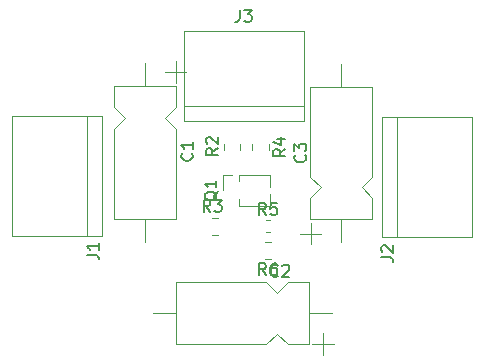
<source format=gbr>
G04 #@! TF.GenerationSoftware,KiCad,Pcbnew,(5.1.5)-3*
G04 #@! TF.CreationDate,2020-12-09T18:09:46+02:00*
G04 #@! TF.ProjectId,Single_tranzistor_AMP,53696e67-6c65-45f7-9472-616e7a697374,V1.0*
G04 #@! TF.SameCoordinates,Original*
G04 #@! TF.FileFunction,Legend,Top*
G04 #@! TF.FilePolarity,Positive*
%FSLAX46Y46*%
G04 Gerber Fmt 4.6, Leading zero omitted, Abs format (unit mm)*
G04 Created by KiCad (PCBNEW (5.1.5)-3) date 2020-12-09 18:09:46*
%MOMM*%
%LPD*%
G04 APERTURE LIST*
%ADD10C,0.120000*%
%ADD11C,0.150000*%
G04 APERTURE END LIST*
D10*
X28128000Y-38084000D02*
X30068000Y-38084000D01*
X43248000Y-38084000D02*
X41308000Y-38084000D01*
X37708000Y-35464000D02*
X30068000Y-35464000D01*
X38608000Y-36364000D02*
X37708000Y-35464000D01*
X39508000Y-35464000D02*
X38608000Y-36364000D01*
X41308000Y-35464000D02*
X39508000Y-35464000D01*
X37708000Y-40704000D02*
X30068000Y-40704000D01*
X38608000Y-39804000D02*
X37708000Y-40704000D01*
X39508000Y-40704000D02*
X38608000Y-39804000D01*
X41308000Y-40704000D02*
X39508000Y-40704000D01*
X30068000Y-40704000D02*
X30068000Y-35464000D01*
X41308000Y-40704000D02*
X41308000Y-35464000D01*
X42508000Y-41584000D02*
X42508000Y-39784000D01*
X43408000Y-40684000D02*
X41608000Y-40684000D01*
X30016000Y-16758000D02*
X30016000Y-18558000D01*
X30916000Y-17658000D02*
X29116000Y-17658000D01*
X30036000Y-18858000D02*
X24796000Y-18858000D01*
X30036000Y-30098000D02*
X24796000Y-30098000D01*
X30036000Y-18858000D02*
X30036000Y-20658000D01*
X30036000Y-20658000D02*
X29136000Y-21558000D01*
X29136000Y-21558000D02*
X30036000Y-22458000D01*
X30036000Y-22458000D02*
X30036000Y-30098000D01*
X24796000Y-18858000D02*
X24796000Y-20658000D01*
X24796000Y-20658000D02*
X25696000Y-21558000D01*
X25696000Y-21558000D02*
X24796000Y-22458000D01*
X24796000Y-22458000D02*
X24796000Y-30098000D01*
X27416000Y-16918000D02*
X27416000Y-18858000D01*
X27416000Y-32038000D02*
X27416000Y-30098000D01*
X41446000Y-32232000D02*
X41446000Y-30432000D01*
X40546000Y-31332000D02*
X42346000Y-31332000D01*
X41426000Y-30132000D02*
X46666000Y-30132000D01*
X41426000Y-18892000D02*
X46666000Y-18892000D01*
X41426000Y-30132000D02*
X41426000Y-28332000D01*
X41426000Y-28332000D02*
X42326000Y-27432000D01*
X42326000Y-27432000D02*
X41426000Y-26532000D01*
X41426000Y-26532000D02*
X41426000Y-18892000D01*
X46666000Y-30132000D02*
X46666000Y-28332000D01*
X46666000Y-28332000D02*
X45766000Y-27432000D01*
X45766000Y-27432000D02*
X46666000Y-26532000D01*
X46666000Y-26532000D02*
X46666000Y-18892000D01*
X44046000Y-32072000D02*
X44046000Y-30132000D01*
X44046000Y-16952000D02*
X44046000Y-18892000D01*
X22540000Y-21380000D02*
X22540000Y-31540000D01*
X23810000Y-21380000D02*
X16190000Y-21380000D01*
X16190000Y-21380000D02*
X16190000Y-31540000D01*
X16190000Y-31540000D02*
X23810000Y-31540000D01*
X23810000Y-31540000D02*
X23810000Y-21380000D01*
X47482000Y-21460000D02*
X47482000Y-31620000D01*
X55102000Y-21460000D02*
X47482000Y-21460000D01*
X55102000Y-31620000D02*
X55102000Y-21460000D01*
X47482000Y-31620000D02*
X55102000Y-31620000D01*
X48752000Y-31620000D02*
X48752000Y-21460000D01*
X35417000Y-29000000D02*
X35417000Y-28430000D01*
X35417000Y-26910000D02*
X35417000Y-26340000D01*
X35417000Y-29000000D02*
X38017000Y-29000000D01*
X38017000Y-29000000D02*
X38017000Y-27977530D01*
X38017000Y-27362470D02*
X38017000Y-26340000D01*
X35417000Y-26340000D02*
X38017000Y-26340000D01*
X34022000Y-26340000D02*
X34782000Y-26340000D01*
X34022000Y-27670000D02*
X34022000Y-26340000D01*
X35506000Y-23751422D02*
X35506000Y-24268578D01*
X34086000Y-23751422D02*
X34086000Y-24268578D01*
X33595078Y-30008000D02*
X33077922Y-30008000D01*
X33595078Y-31428000D02*
X33077922Y-31428000D01*
X37906000Y-23751422D02*
X37906000Y-24268578D01*
X36486000Y-23751422D02*
X36486000Y-24268578D01*
X37667221Y-30208000D02*
X37992779Y-30208000D01*
X37667221Y-31228000D02*
X37992779Y-31228000D01*
X38088578Y-32040000D02*
X37571422Y-32040000D01*
X38088578Y-33460000D02*
X37571422Y-33460000D01*
X40878000Y-20558000D02*
X30718000Y-20558000D01*
X40878000Y-21828000D02*
X40878000Y-14208000D01*
X40878000Y-14208000D02*
X30718000Y-14208000D01*
X30718000Y-14208000D02*
X30718000Y-21828000D01*
X30718000Y-21828000D02*
X40878000Y-21828000D01*
D11*
X38679333Y-34885142D02*
X38631714Y-34932761D01*
X38488857Y-34980380D01*
X38393619Y-34980380D01*
X38250761Y-34932761D01*
X38155523Y-34837523D01*
X38107904Y-34742285D01*
X38060285Y-34551809D01*
X38060285Y-34408952D01*
X38107904Y-34218476D01*
X38155523Y-34123238D01*
X38250761Y-34028000D01*
X38393619Y-33980380D01*
X38488857Y-33980380D01*
X38631714Y-34028000D01*
X38679333Y-34075619D01*
X39060285Y-34075619D02*
X39107904Y-34028000D01*
X39203142Y-33980380D01*
X39441238Y-33980380D01*
X39536476Y-34028000D01*
X39584095Y-34075619D01*
X39631714Y-34170857D01*
X39631714Y-34266095D01*
X39584095Y-34408952D01*
X39012666Y-34980380D01*
X39631714Y-34980380D01*
X31393142Y-24534666D02*
X31440761Y-24582285D01*
X31488380Y-24725142D01*
X31488380Y-24820380D01*
X31440761Y-24963238D01*
X31345523Y-25058476D01*
X31250285Y-25106095D01*
X31059809Y-25153714D01*
X30916952Y-25153714D01*
X30726476Y-25106095D01*
X30631238Y-25058476D01*
X30536000Y-24963238D01*
X30488380Y-24820380D01*
X30488380Y-24725142D01*
X30536000Y-24582285D01*
X30583619Y-24534666D01*
X31488380Y-23582285D02*
X31488380Y-24153714D01*
X31488380Y-23868000D02*
X30488380Y-23868000D01*
X30631238Y-23963238D01*
X30726476Y-24058476D01*
X30774095Y-24153714D01*
X40981142Y-24678666D02*
X41028761Y-24726285D01*
X41076380Y-24869142D01*
X41076380Y-24964380D01*
X41028761Y-25107238D01*
X40933523Y-25202476D01*
X40838285Y-25250095D01*
X40647809Y-25297714D01*
X40504952Y-25297714D01*
X40314476Y-25250095D01*
X40219238Y-25202476D01*
X40124000Y-25107238D01*
X40076380Y-24964380D01*
X40076380Y-24869142D01*
X40124000Y-24726285D01*
X40171619Y-24678666D01*
X40076380Y-24345333D02*
X40076380Y-23726285D01*
X40457333Y-24059619D01*
X40457333Y-23916761D01*
X40504952Y-23821523D01*
X40552571Y-23773904D01*
X40647809Y-23726285D01*
X40885904Y-23726285D01*
X40981142Y-23773904D01*
X41028761Y-23821523D01*
X41076380Y-23916761D01*
X41076380Y-24202476D01*
X41028761Y-24297714D01*
X40981142Y-24345333D01*
X22500380Y-33143333D02*
X23214666Y-33143333D01*
X23357523Y-33190952D01*
X23452761Y-33286190D01*
X23500380Y-33429047D01*
X23500380Y-33524285D01*
X23500380Y-32143333D02*
X23500380Y-32714761D01*
X23500380Y-32429047D02*
X22500380Y-32429047D01*
X22643238Y-32524285D01*
X22738476Y-32619523D01*
X22786095Y-32714761D01*
X47434380Y-33325333D02*
X48148666Y-33325333D01*
X48291523Y-33372952D01*
X48386761Y-33468190D01*
X48434380Y-33611047D01*
X48434380Y-33706285D01*
X47529619Y-32896761D02*
X47482000Y-32849142D01*
X47434380Y-32753904D01*
X47434380Y-32515809D01*
X47482000Y-32420571D01*
X47529619Y-32372952D01*
X47624857Y-32325333D01*
X47720095Y-32325333D01*
X47862952Y-32372952D01*
X48434380Y-32944380D01*
X48434380Y-32325333D01*
X33571619Y-27765238D02*
X33524000Y-27860476D01*
X33428761Y-27955714D01*
X33285904Y-28098571D01*
X33238285Y-28193809D01*
X33238285Y-28289047D01*
X33476380Y-28241428D02*
X33428761Y-28336666D01*
X33333523Y-28431904D01*
X33143047Y-28479523D01*
X32809714Y-28479523D01*
X32619238Y-28431904D01*
X32524000Y-28336666D01*
X32476380Y-28241428D01*
X32476380Y-28050952D01*
X32524000Y-27955714D01*
X32619238Y-27860476D01*
X32809714Y-27812857D01*
X33143047Y-27812857D01*
X33333523Y-27860476D01*
X33428761Y-27955714D01*
X33476380Y-28050952D01*
X33476380Y-28241428D01*
X33476380Y-26860476D02*
X33476380Y-27431904D01*
X33476380Y-27146190D02*
X32476380Y-27146190D01*
X32619238Y-27241428D01*
X32714476Y-27336666D01*
X32762095Y-27431904D01*
X33608380Y-24119166D02*
X33132190Y-24452500D01*
X33608380Y-24690595D02*
X32608380Y-24690595D01*
X32608380Y-24309642D01*
X32656000Y-24214404D01*
X32703619Y-24166785D01*
X32798857Y-24119166D01*
X32941714Y-24119166D01*
X33036952Y-24166785D01*
X33084571Y-24214404D01*
X33132190Y-24309642D01*
X33132190Y-24690595D01*
X32703619Y-23738214D02*
X32656000Y-23690595D01*
X32608380Y-23595357D01*
X32608380Y-23357261D01*
X32656000Y-23262023D01*
X32703619Y-23214404D01*
X32798857Y-23166785D01*
X32894095Y-23166785D01*
X33036952Y-23214404D01*
X33608380Y-23785833D01*
X33608380Y-23166785D01*
X32959833Y-29480380D02*
X32626500Y-29004190D01*
X32388404Y-29480380D02*
X32388404Y-28480380D01*
X32769357Y-28480380D01*
X32864595Y-28528000D01*
X32912214Y-28575619D01*
X32959833Y-28670857D01*
X32959833Y-28813714D01*
X32912214Y-28908952D01*
X32864595Y-28956571D01*
X32769357Y-29004190D01*
X32388404Y-29004190D01*
X33293166Y-28480380D02*
X33912214Y-28480380D01*
X33578880Y-28861333D01*
X33721738Y-28861333D01*
X33816976Y-28908952D01*
X33864595Y-28956571D01*
X33912214Y-29051809D01*
X33912214Y-29289904D01*
X33864595Y-29385142D01*
X33816976Y-29432761D01*
X33721738Y-29480380D01*
X33436023Y-29480380D01*
X33340785Y-29432761D01*
X33293166Y-29385142D01*
X39298380Y-24176666D02*
X38822190Y-24510000D01*
X39298380Y-24748095D02*
X38298380Y-24748095D01*
X38298380Y-24367142D01*
X38346000Y-24271904D01*
X38393619Y-24224285D01*
X38488857Y-24176666D01*
X38631714Y-24176666D01*
X38726952Y-24224285D01*
X38774571Y-24271904D01*
X38822190Y-24367142D01*
X38822190Y-24748095D01*
X38631714Y-23319523D02*
X39298380Y-23319523D01*
X38250761Y-23557619D02*
X38965047Y-23795714D01*
X38965047Y-23176666D01*
X37663333Y-29740380D02*
X37330000Y-29264190D01*
X37091904Y-29740380D02*
X37091904Y-28740380D01*
X37472857Y-28740380D01*
X37568095Y-28788000D01*
X37615714Y-28835619D01*
X37663333Y-28930857D01*
X37663333Y-29073714D01*
X37615714Y-29168952D01*
X37568095Y-29216571D01*
X37472857Y-29264190D01*
X37091904Y-29264190D01*
X38568095Y-28740380D02*
X38091904Y-28740380D01*
X38044285Y-29216571D01*
X38091904Y-29168952D01*
X38187142Y-29121333D01*
X38425238Y-29121333D01*
X38520476Y-29168952D01*
X38568095Y-29216571D01*
X38615714Y-29311809D01*
X38615714Y-29549904D01*
X38568095Y-29645142D01*
X38520476Y-29692761D01*
X38425238Y-29740380D01*
X38187142Y-29740380D01*
X38091904Y-29692761D01*
X38044285Y-29645142D01*
X37663333Y-34852380D02*
X37330000Y-34376190D01*
X37091904Y-34852380D02*
X37091904Y-33852380D01*
X37472857Y-33852380D01*
X37568095Y-33900000D01*
X37615714Y-33947619D01*
X37663333Y-34042857D01*
X37663333Y-34185714D01*
X37615714Y-34280952D01*
X37568095Y-34328571D01*
X37472857Y-34376190D01*
X37091904Y-34376190D01*
X38520476Y-33852380D02*
X38330000Y-33852380D01*
X38234761Y-33900000D01*
X38187142Y-33947619D01*
X38091904Y-34090476D01*
X38044285Y-34280952D01*
X38044285Y-34661904D01*
X38091904Y-34757142D01*
X38139523Y-34804761D01*
X38234761Y-34852380D01*
X38425238Y-34852380D01*
X38520476Y-34804761D01*
X38568095Y-34757142D01*
X38615714Y-34661904D01*
X38615714Y-34423809D01*
X38568095Y-34328571D01*
X38520476Y-34280952D01*
X38425238Y-34233333D01*
X38234761Y-34233333D01*
X38139523Y-34280952D01*
X38091904Y-34328571D01*
X38044285Y-34423809D01*
X35464666Y-12390380D02*
X35464666Y-13104666D01*
X35417047Y-13247523D01*
X35321809Y-13342761D01*
X35178952Y-13390380D01*
X35083714Y-13390380D01*
X35845619Y-12390380D02*
X36464666Y-12390380D01*
X36131333Y-12771333D01*
X36274190Y-12771333D01*
X36369428Y-12818952D01*
X36417047Y-12866571D01*
X36464666Y-12961809D01*
X36464666Y-13199904D01*
X36417047Y-13295142D01*
X36369428Y-13342761D01*
X36274190Y-13390380D01*
X35988476Y-13390380D01*
X35893238Y-13342761D01*
X35845619Y-13295142D01*
M02*

</source>
